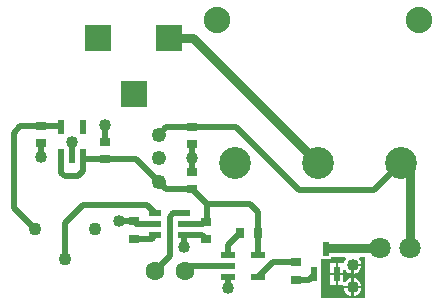
<source format=gtl>
%FSLAX24Y24*%
%MOIN*%
G70*
G01*
G75*
G04 Layer_Physical_Order=1*
G04 Layer_Color=255*
%ADD10R,0.0354X0.0276*%
%ADD11R,0.0354X0.0315*%
%ADD12R,0.0217X0.0512*%
%ADD13R,0.0236X0.0512*%
%ADD14R,0.0512X0.0217*%
%ADD15R,0.0276X0.0354*%
%ADD16R,0.0394X0.0217*%
%ADD17C,0.0300*%
%ADD18C,0.0200*%
%ADD19C,0.0630*%
%ADD20C,0.0709*%
%ADD21C,0.0492*%
%ADD22C,0.1063*%
%ADD23C,0.0882*%
%ADD24R,0.0866X0.0866*%
%ADD25C,0.0433*%
%ADD26C,0.0400*%
G36*
X22400Y10100D02*
X22022D01*
X22021Y10112D01*
X21979D01*
X21978Y10100D01*
X20950D01*
Y11397D01*
X21278D01*
Y11450D01*
X21757D01*
X21779Y11405D01*
X21738Y11351D01*
X21708Y11278D01*
X21703Y11243D01*
X21692D01*
X21692D01*
X21665Y11243D01*
X21665Y11243D01*
Y11243D01*
X21514D01*
Y10927D01*
X21692D01*
Y11030D01*
X21705Y11035D01*
X21739Y11047D01*
X21786Y10986D01*
X21849Y10938D01*
X21922Y10908D01*
X21960Y10903D01*
Y11200D01*
X22000D01*
Y11240D01*
X22297D01*
X22292Y11278D01*
X22262Y11351D01*
X22221Y11405D01*
X22243Y11450D01*
X22400D01*
Y10100D01*
D02*
G37*
%LPC*%
G36*
X21692Y10847D02*
X21514D01*
Y10531D01*
X21670D01*
X21703Y10493D01*
X21703Y10490D01*
X21960D01*
Y10747D01*
X21922Y10742D01*
X21849Y10712D01*
X21786Y10664D01*
X21739Y10603D01*
X21705Y10615D01*
X21692Y10620D01*
Y10847D01*
D02*
G37*
G36*
X22297Y10410D02*
X22040D01*
Y10153D01*
X22078Y10158D01*
X22151Y10188D01*
X22214Y10236D01*
X22262Y10299D01*
X22292Y10372D01*
X22297Y10410D01*
D02*
G37*
G36*
X21960D02*
X21703D01*
X21708Y10372D01*
X21738Y10299D01*
X21786Y10236D01*
X21849Y10188D01*
X21922Y10158D01*
X21960Y10153D01*
Y10410D01*
D02*
G37*
G36*
X22040Y10747D02*
Y10490D01*
X22297D01*
X22292Y10528D01*
X22262Y10601D01*
X22214Y10664D01*
X22151Y10712D01*
X22078Y10742D01*
X22040Y10747D01*
D02*
G37*
G36*
X21434Y11243D02*
X21256D01*
Y10927D01*
X21434D01*
Y11243D01*
D02*
G37*
G36*
X22297Y11160D02*
X22040D01*
Y10903D01*
X22078Y10908D01*
X22151Y10938D01*
X22214Y10986D01*
X22262Y11049D01*
X22292Y11122D01*
X22297Y11160D01*
D02*
G37*
G36*
X21434Y10847D02*
X21256D01*
Y10531D01*
X21434D01*
Y10847D01*
D02*
G37*
%LPD*%
D10*
X14700Y12055D02*
D03*
Y12645D02*
D03*
X20100Y11295D02*
D03*
Y10705D02*
D03*
D11*
X11600Y15826D02*
D03*
Y15274D02*
D03*
X13750Y14724D02*
D03*
Y15276D02*
D03*
X16650Y15776D02*
D03*
Y15224D02*
D03*
X17100Y12626D02*
D03*
Y12074D02*
D03*
X16650Y13724D02*
D03*
Y14276D02*
D03*
D12*
X12276Y15792D02*
D03*
X13024D02*
D03*
Y14808D02*
D03*
X12650D02*
D03*
X12276D02*
D03*
D13*
X21100Y11713D02*
D03*
X21474Y10887D02*
D03*
X20726D02*
D03*
D14*
X18842Y11524D02*
D03*
Y10776D02*
D03*
X17858D02*
D03*
Y11150D02*
D03*
Y11524D02*
D03*
D15*
X18845Y12250D02*
D03*
X18255D02*
D03*
D16*
X15428Y12924D02*
D03*
Y12550D02*
D03*
Y12176D02*
D03*
X16372D02*
D03*
Y12550D02*
D03*
Y12924D02*
D03*
D17*
X23622Y14594D02*
X23900Y14315D01*
Y11750D02*
Y14315D01*
X21137Y11750D02*
X22900D01*
X15881Y18750D02*
X16694D01*
X20850Y14594D01*
D18*
X22728Y13700D02*
X23622Y14594D01*
X20200Y13700D02*
X22728D01*
X18124Y15776D02*
X20200Y13700D01*
X16650Y15776D02*
X18124D01*
X15788D02*
X16650D01*
X15550Y15537D02*
X15788Y15776D01*
X16650Y14750D02*
Y15224D01*
Y14750D02*
X16650Y14750D01*
Y14276D02*
Y14750D01*
X15550Y13963D02*
X15788Y13724D01*
X16650D01*
X14788Y14724D02*
X15550Y13963D01*
X13107Y14724D02*
X13750D01*
X14788D01*
X12276Y14274D02*
Y14808D01*
Y14274D02*
X12400Y14150D01*
X12850D01*
X13024Y14324D01*
Y14808D01*
X12650D02*
Y15300D01*
X11600Y14800D02*
Y15274D01*
Y15826D02*
X12243D01*
X10926D02*
X11600D01*
X10700Y15600D02*
X10926Y15826D01*
X10700Y13100D02*
Y15600D01*
Y13100D02*
X11400Y12400D01*
X14795Y12550D02*
X15428D01*
X14205Y12645D02*
X14700D01*
Y12055D02*
X15306D01*
X15428Y12176D01*
X16372Y11778D02*
Y12176D01*
X16998D01*
X17100Y12074D01*
X16372Y12550D02*
X17024D01*
X17100Y12626D01*
X12400Y11400D02*
Y12600D01*
X13000Y13200D01*
X15152D01*
X15428Y12924D01*
X16024D02*
X16372D01*
X15900Y12800D02*
X16024Y12924D01*
X15900Y11500D02*
Y12800D01*
X15400Y11000D02*
X15900Y11500D01*
X16650Y13724D02*
X17150Y13224D01*
Y12676D02*
Y13224D01*
X17100Y12626D02*
X17150Y12676D01*
X18576Y13224D02*
X18842Y12958D01*
X17150Y13224D02*
X18576D01*
X18842Y11524D02*
Y12958D01*
X17858Y11524D02*
Y11853D01*
X18255Y12250D01*
X18842Y10776D02*
X19361Y11295D01*
X20100D01*
Y10705D02*
X20544D01*
X20726Y10887D01*
X16400Y11000D02*
X16550Y11150D01*
X17858D01*
Y10408D02*
Y10776D01*
X13750Y15276D02*
Y15850D01*
D19*
X16400Y11000D02*
D03*
X15400D02*
D03*
D20*
X23900Y11750D02*
D03*
X22900D02*
D03*
D21*
X15550Y15537D02*
D03*
Y14750D02*
D03*
Y13963D02*
D03*
D22*
X18078Y14594D02*
D03*
X23622D02*
D03*
X20850D02*
D03*
D23*
X17488Y19354D02*
D03*
X24212D02*
D03*
D24*
X15881Y18750D02*
D03*
X13519D02*
D03*
X14700Y16900D02*
D03*
D25*
X11400Y12400D02*
D03*
X12400Y11400D02*
D03*
X13400Y12400D02*
D03*
D26*
X22000Y11200D02*
D03*
Y10450D02*
D03*
X16650Y14750D02*
D03*
X12650Y15300D02*
D03*
X11600Y14800D02*
D03*
X14205Y12645D02*
D03*
X16372Y11778D02*
D03*
X17858Y10408D02*
D03*
X13750Y15850D02*
D03*
M02*

</source>
